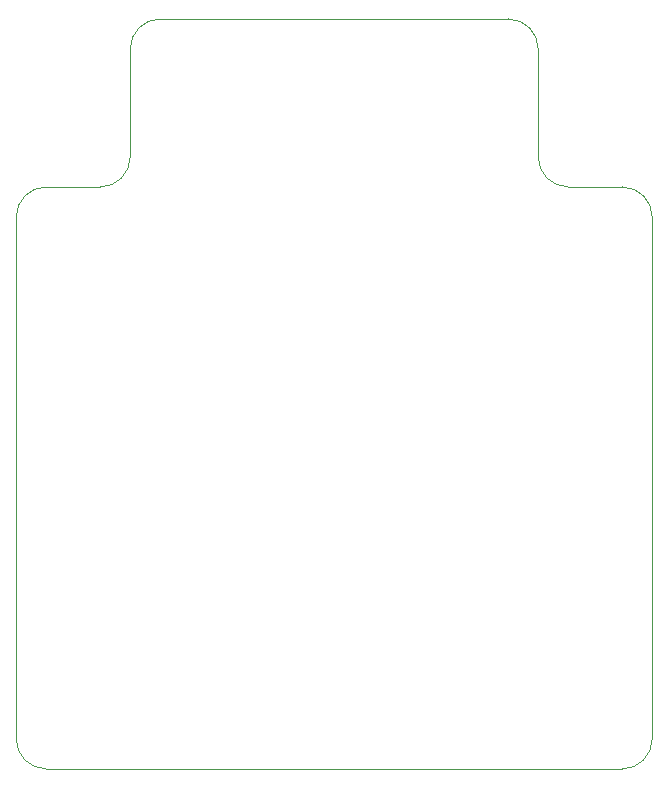
<source format=gm1>
G04 #@! TF.GenerationSoftware,KiCad,Pcbnew,(5.1.10)-1*
G04 #@! TF.CreationDate,2021-09-22T21:53:00-04:00*
G04 #@! TF.ProjectId,rf-vga,72662d76-6761-42e6-9b69-6361645f7063,rev?*
G04 #@! TF.SameCoordinates,Original*
G04 #@! TF.FileFunction,Profile,NP*
%FSLAX46Y46*%
G04 Gerber Fmt 4.6, Leading zero omitted, Abs format (unit mm)*
G04 Created by KiCad (PCBNEW (5.1.10)-1) date 2021-09-22 21:53:00*
%MOMM*%
%LPD*%
G01*
G04 APERTURE LIST*
G04 #@! TA.AperFunction,Profile*
%ADD10C,0.050000*%
G04 #@! TD*
G04 APERTURE END LIST*
D10*
X217932000Y-132080000D02*
G75*
G02*
X215392000Y-134620000I-2540000J0D01*
G01*
X166624000Y-134620000D02*
G75*
G02*
X164084000Y-132080000I0J2540000D01*
G01*
X205740000Y-71120000D02*
G75*
G02*
X208280000Y-73660000I0J-2540000D01*
G01*
X173736000Y-73660000D02*
G75*
G02*
X176276000Y-71120000I2540000J0D01*
G01*
X173736000Y-82804000D02*
G75*
G02*
X171196000Y-85344000I-2540000J0D01*
G01*
X210820000Y-85344000D02*
X215392000Y-85344000D01*
X210820000Y-85344000D02*
G75*
G02*
X208280000Y-82804000I0J2540000D01*
G01*
X166624000Y-85344000D02*
X171196000Y-85344000D01*
X164084000Y-87884000D02*
G75*
G02*
X166624000Y-85344000I2540000J0D01*
G01*
X215392000Y-85344000D02*
G75*
G02*
X217932000Y-87884000I0J-2540000D01*
G01*
X217932000Y-87884000D02*
X217932000Y-89408000D01*
X166624000Y-134620000D02*
X215392000Y-134620000D01*
X164084000Y-87884000D02*
X164084000Y-132080000D01*
X173736000Y-73660000D02*
X173736000Y-82804000D01*
X205740000Y-71120000D02*
X176276000Y-71120000D01*
X208280000Y-82804000D02*
X208280000Y-73660000D01*
X217932000Y-132080000D02*
X217932000Y-89408000D01*
M02*

</source>
